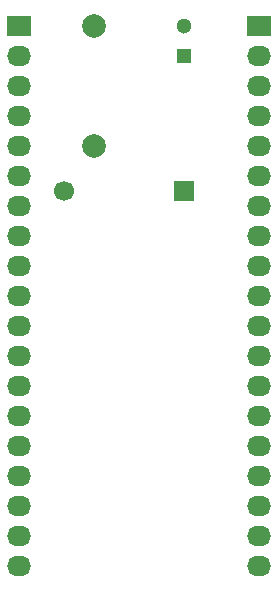
<source format=gbr>
G04 #@! TF.FileFunction,Copper,L2,Bot,Signal*
%FSLAX46Y46*%
G04 Gerber Fmt 4.6, Leading zero omitted, Abs format (unit mm)*
G04 Created by KiCad (PCBNEW 4.0.3+e1-6302~38~ubuntu16.04.1-stable) date Wed Aug 17 12:35:28 2016*
%MOMM*%
%LPD*%
G01*
G04 APERTURE LIST*
%ADD10C,0.100000*%
%ADD11R,1.300000X1.300000*%
%ADD12C,1.300000*%
%ADD13C,1.699260*%
%ADD14R,1.699260X1.699260*%
%ADD15R,2.032000X1.727200*%
%ADD16O,2.032000X1.727200*%
%ADD17C,1.998980*%
G04 APERTURE END LIST*
D10*
D11*
X144780000Y-107950000D03*
D12*
X144780000Y-105450000D03*
D13*
X134619480Y-119382540D03*
D14*
X144779480Y-119382540D03*
D15*
X130810000Y-105410000D03*
D16*
X130810000Y-107950000D03*
X130810000Y-110490000D03*
X130810000Y-113030000D03*
X130810000Y-115570000D03*
X130810000Y-118110000D03*
X130810000Y-120650000D03*
X130810000Y-123190000D03*
X130810000Y-125730000D03*
X130810000Y-128270000D03*
X130810000Y-130810000D03*
X130810000Y-133350000D03*
X130810000Y-135890000D03*
X130810000Y-138430000D03*
X130810000Y-140970000D03*
X130810000Y-143510000D03*
X130810000Y-146050000D03*
X130810000Y-148590000D03*
X130810000Y-151130000D03*
D15*
X151130000Y-105410000D03*
D16*
X151130000Y-107950000D03*
X151130000Y-110490000D03*
X151130000Y-113030000D03*
X151130000Y-115570000D03*
X151130000Y-118110000D03*
X151130000Y-120650000D03*
X151130000Y-123190000D03*
X151130000Y-125730000D03*
X151130000Y-128270000D03*
X151130000Y-130810000D03*
X151130000Y-133350000D03*
X151130000Y-135890000D03*
X151130000Y-138430000D03*
X151130000Y-140970000D03*
X151130000Y-143510000D03*
X151130000Y-146050000D03*
X151130000Y-148590000D03*
X151130000Y-151130000D03*
D17*
X137160000Y-115570000D03*
X137160000Y-105410000D03*
M02*

</source>
